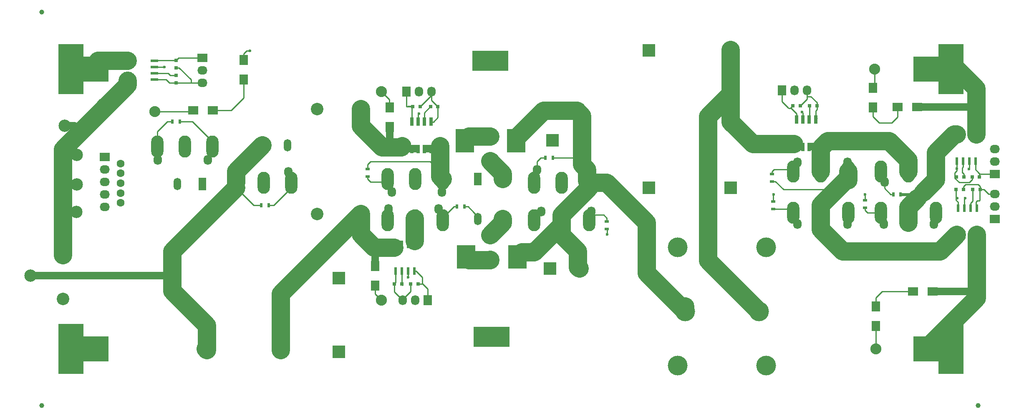
<source format=gbr>
G04 #@! TF.FileFunction,Copper,L1,Top,Signal*
%FSLAX46Y46*%
G04 Gerber Fmt 4.6, Leading zero omitted, Abs format (unit mm)*
G04 Created by KiCad (PCBNEW 4.0.1-stable) date 12/11/2016 23:05:32*
%MOMM*%
G01*
G04 APERTURE LIST*
%ADD10C,0.100000*%
%ADD11R,1.700000X2.000000*%
%ADD12R,0.850000X1.550000*%
%ADD13R,0.750000X1.550000*%
%ADD14R,0.650000X1.750000*%
%ADD15C,3.000000*%
%ADD16C,4.000000*%
%ADD17R,0.800000X0.750000*%
%ADD18R,0.750000X0.800000*%
%ADD19R,7.366000X4.064000*%
%ADD20R,3.810000X4.826000*%
%ADD21O,2.499360X4.500880*%
%ADD22C,2.540000*%
%ADD23R,2.500000X2.500000*%
%ADD24C,2.000000*%
%ADD25R,5.080000X5.080000*%
%ADD26R,0.600000X1.550000*%
%ADD27R,1.550000X0.600000*%
%ADD28R,1.501140X2.499360*%
%ADD29O,1.501140X2.499360*%
%ADD30C,2.235200*%
%ADD31R,1.727200X2.032000*%
%ADD32O,1.727200X2.032000*%
%ADD33R,2.032000X1.727200*%
%ADD34O,2.032000X1.727200*%
%ADD35R,0.500000X0.900000*%
%ADD36R,0.900000X0.500000*%
%ADD37C,1.600000*%
%ADD38R,2.000000X1.700000*%
%ADD39C,1.000000*%
%ADD40C,0.600000*%
%ADD41C,2.500000*%
%ADD42C,0.250000*%
%ADD43C,1.500000*%
%ADD44C,3.700000*%
%ADD45C,0.600000*%
G04 APERTURE END LIST*
D10*
D11*
X72644000Y29406000D03*
X72644000Y33406000D03*
D12*
X84709000Y57271000D03*
D13*
X83259000Y57271000D03*
D12*
X79309000Y57271000D03*
X80759000Y57271000D03*
D14*
X80059000Y57171000D03*
X81379000Y57171000D03*
X82639000Y57171000D03*
X83959000Y57171000D03*
X83959000Y62761000D03*
X82639000Y62761000D03*
X81359000Y62761000D03*
X80059000Y62781000D03*
D15*
X78149000Y57771000D03*
X85869000Y57771000D03*
D16*
X135502000Y24167000D03*
X150502000Y24167000D03*
X134002000Y37167000D03*
X152002000Y37167000D03*
X152002000Y13167000D03*
X134002000Y13167000D03*
D17*
X83864000Y65771000D03*
X85364000Y65771000D03*
D18*
X32258000Y73709000D03*
X32258000Y75209000D03*
D17*
X160764000Y65971000D03*
X162264000Y65971000D03*
D19*
X96266000Y18960000D03*
D20*
X101473000Y35216000D03*
X91059000Y35216000D03*
D19*
X96012000Y75094000D03*
D20*
X90805000Y58838000D03*
X101219000Y58838000D03*
D21*
X80772000Y42709000D03*
X86360000Y42709000D03*
X75184000Y42709000D03*
D22*
X60833000Y43979000D03*
X69723000Y43979000D03*
X69723000Y65315000D03*
X60833000Y65315000D03*
D17*
X81364000Y29755000D03*
X79864000Y29755000D03*
X78015000Y29755000D03*
X76515000Y29755000D03*
D23*
X53474000Y16293000D03*
X38474000Y16293000D03*
X65278000Y30905000D03*
X65278000Y15905000D03*
X108122000Y32847000D03*
X114122000Y32847000D03*
X144780000Y49283000D03*
X144780000Y77283000D03*
X114622000Y58947000D03*
X108622000Y58947000D03*
D17*
X190564000Y51471000D03*
X192064000Y51471000D03*
X193864000Y48971000D03*
X195364000Y48971000D03*
X190512000Y48971000D03*
X192012000Y48971000D03*
D18*
X32258000Y70621000D03*
X32258000Y72121000D03*
D24*
X96012000Y54687000D03*
X96012000Y59687000D03*
X96012000Y39621000D03*
X96012000Y34621000D03*
D25*
X10922000Y70903000D03*
X16002000Y73443000D03*
X10922000Y75983000D03*
X10922000Y14007000D03*
X16002000Y16547000D03*
X10922000Y19087000D03*
X189484000Y75983000D03*
X184404000Y73443000D03*
X189484000Y70903000D03*
X189484000Y19087000D03*
X184404000Y16547000D03*
X189484000Y14007000D03*
D26*
X80584000Y37771000D03*
X79314000Y37771000D03*
X78044000Y37771000D03*
X76774000Y37771000D03*
X76774000Y32371000D03*
X78044000Y32371000D03*
X79314000Y32371000D03*
X80584000Y32371000D03*
X194437000Y60141000D03*
X193167000Y60141000D03*
X191897000Y60141000D03*
X190627000Y60141000D03*
X190627000Y54741000D03*
X191897000Y54741000D03*
X193167000Y54741000D03*
X194437000Y54741000D03*
X190881000Y39755000D03*
X192151000Y39755000D03*
X193421000Y39755000D03*
X194691000Y39755000D03*
X194691000Y45155000D03*
X193421000Y45155000D03*
X192151000Y45155000D03*
X190881000Y45155000D03*
D27*
X22446000Y75094000D03*
X22446000Y73824000D03*
X22446000Y72554000D03*
X22446000Y71284000D03*
X27846000Y71284000D03*
X27846000Y72554000D03*
X27846000Y73824000D03*
X27846000Y75094000D03*
D17*
X80276000Y65823000D03*
X81776000Y65823000D03*
X157364000Y65971000D03*
X158864000Y65971000D03*
D22*
X9314000Y35616000D03*
X9314000Y26726000D03*
D28*
X37592000Y50075000D03*
D29*
X32512000Y50075000D03*
D28*
X49784000Y57949000D03*
D29*
X54864000Y57949000D03*
D28*
X98580000Y42943000D03*
D29*
X93500000Y42943000D03*
D28*
X93500000Y51071000D03*
D29*
X98580000Y51071000D03*
D21*
X50038000Y50329000D03*
X55626000Y50329000D03*
X44450000Y50329000D03*
X34036000Y57695000D03*
X28448000Y57695000D03*
X39624000Y57695000D03*
X80772000Y51091000D03*
X75184000Y51091000D03*
X86360000Y51091000D03*
X110490000Y42709000D03*
X116078000Y42709000D03*
X104902000Y42709000D03*
X110490000Y50329000D03*
X104902000Y50329000D03*
X116078000Y50329000D03*
X163068000Y52615000D03*
X157480000Y52615000D03*
X168656000Y52615000D03*
X163068000Y44233000D03*
X168656000Y44233000D03*
X157480000Y44233000D03*
X180848000Y52615000D03*
X175260000Y52615000D03*
X186436000Y52615000D03*
X180848000Y44233000D03*
X186436000Y44233000D03*
X175260000Y44233000D03*
D30*
X73914000Y26453000D03*
D31*
X83312000Y26453000D03*
D32*
X80772000Y26453000D03*
X78232000Y26453000D03*
D31*
X78994000Y68871000D03*
D32*
X81534000Y68871000D03*
X84074000Y68871000D03*
D31*
X155194000Y69125000D03*
D32*
X157734000Y69125000D03*
X160274000Y69125000D03*
D33*
X37592000Y75729000D03*
D34*
X37592000Y73189000D03*
X37592000Y70649000D03*
D33*
X198374000Y42963000D03*
D34*
X198374000Y45503000D03*
X198374000Y48043000D03*
D30*
X174244000Y16547000D03*
D33*
X198374000Y52107000D03*
D34*
X198374000Y54647000D03*
X198374000Y57187000D03*
D30*
X173990000Y73443000D03*
X27940000Y64807000D03*
D17*
X193764000Y51471000D03*
X195264000Y51471000D03*
D32*
X28514000Y54971000D03*
X38674000Y54971000D03*
X55014000Y52471000D03*
X44854000Y52471000D03*
X76014000Y48471000D03*
X86174000Y48471000D03*
X85514000Y44971000D03*
X75354000Y44971000D03*
X105514000Y52971000D03*
X115674000Y52971000D03*
X116514000Y44471000D03*
X111434000Y44471000D03*
X106354000Y44471000D03*
X158354000Y54471000D03*
X168514000Y54471000D03*
X168514000Y41971000D03*
X163434000Y41971000D03*
X158354000Y41971000D03*
X176014000Y50471000D03*
X186174000Y50471000D03*
X186014000Y41971000D03*
X180934000Y41971000D03*
X175854000Y41971000D03*
D35*
X51042000Y45757000D03*
X49542000Y45757000D03*
X31508000Y62775000D03*
X33008000Y62775000D03*
X90764000Y45471000D03*
X89264000Y45471000D03*
D36*
X71120000Y51611000D03*
X71120000Y53111000D03*
X119634000Y40943000D03*
X119634000Y42443000D03*
D35*
X108700000Y55409000D03*
X107200000Y55409000D03*
D36*
X153416000Y45007000D03*
X153416000Y46507000D03*
X153162000Y50595000D03*
X153162000Y52095000D03*
X172014000Y45221000D03*
X172014000Y46721000D03*
D35*
X179264000Y47971000D03*
X177764000Y47971000D03*
D37*
X21014000Y54221000D03*
X21014000Y52221000D03*
X21014000Y50221000D03*
X21014000Y48221000D03*
X21014000Y46221000D03*
D33*
X17764000Y55551000D03*
D34*
X17764000Y53011000D03*
X17764000Y50471000D03*
X17764000Y47931000D03*
X17764000Y45391000D03*
D12*
X162764000Y57681000D03*
D13*
X161314000Y57681000D03*
D12*
X157364000Y57681000D03*
X158814000Y57681000D03*
D14*
X158114000Y57581000D03*
X159434000Y57581000D03*
X160694000Y57581000D03*
X162014000Y57581000D03*
X162014000Y63171000D03*
X160694000Y63171000D03*
X159414000Y63171000D03*
X158114000Y63191000D03*
D15*
X156204000Y58181000D03*
X163924000Y58181000D03*
D11*
X45974000Y71316000D03*
X45974000Y75316000D03*
D38*
X35719000Y65061000D03*
X39719000Y65061000D03*
X185769000Y28231000D03*
X181769000Y28231000D03*
D11*
X174244000Y25151000D03*
X174244000Y21151000D03*
X173609000Y65601000D03*
X173609000Y69601000D03*
D38*
X182594000Y65696000D03*
X178594000Y65696000D03*
D30*
X73914000Y68871000D03*
D11*
X75614000Y65671000D03*
X75614000Y61671000D03*
D23*
X128214000Y77271000D03*
X128214000Y49271000D03*
D39*
X5000000Y5000000D03*
X5000000Y85000000D03*
X195000000Y5000000D03*
D40*
X190627000Y53164690D03*
X47244000Y77126000D03*
D41*
X12014000Y44371000D03*
X12114000Y49971000D03*
X12114000Y55971000D03*
X9614000Y61871000D03*
X2714000Y31471000D03*
D40*
X119714000Y39771000D03*
X153514000Y47971000D03*
X172014000Y47971000D03*
X190714000Y47170999D03*
X79314000Y31070998D03*
X81514000Y64371000D03*
X159264000Y64721000D03*
X29914000Y73871000D03*
X192314000Y47171000D03*
X193114000Y53071000D03*
D42*
X37592000Y70649000D02*
X36326000Y70649000D01*
X36326000Y70649000D02*
X35293000Y70649000D01*
X190627000Y54741000D02*
X190627000Y53164690D01*
X162264000Y65188000D02*
X162014000Y64938000D01*
X162014000Y64938000D02*
X162014000Y63171000D01*
X27846000Y71284000D02*
X27883000Y71321000D01*
X27883000Y71321000D02*
X30214000Y71321000D01*
X30214000Y71321000D02*
X30914000Y70621000D01*
X30914000Y70621000D02*
X32233000Y70621000D01*
X32233000Y70621000D02*
X32258000Y70646000D01*
X32258000Y70646000D02*
X32258000Y70621000D01*
X195364000Y48971000D02*
X195364000Y49571000D01*
X195364000Y49571000D02*
X194964000Y49971000D01*
X194964000Y49971000D02*
X192414000Y49971000D01*
X192414000Y49971000D02*
X192012000Y49569000D01*
X192012000Y49569000D02*
X192012000Y48971000D01*
X191164000Y50371000D02*
X192005238Y50371000D01*
X192005238Y50371000D02*
X193164000Y50371000D01*
X192012000Y50364238D02*
X192005238Y50371000D01*
X190258000Y51841000D02*
X190258000Y51277000D01*
X190258000Y51277000D02*
X191164000Y50371000D01*
X193164000Y50371000D02*
X193764000Y50971000D01*
X193764000Y50971000D02*
X193764000Y51471000D01*
X190564000Y51471000D02*
X190564000Y51535000D01*
X190564000Y51535000D02*
X190258000Y51841000D01*
X35293000Y70649000D02*
X35293000Y71292000D01*
X35293000Y71292000D02*
X32876000Y73709000D01*
X32876000Y73709000D02*
X32258000Y73709000D01*
X35293000Y70649000D02*
X35265000Y70621000D01*
X35265000Y70621000D02*
X32258000Y70621000D01*
X84074000Y68871000D02*
X84074000Y68096000D01*
X84074000Y68871000D02*
X84074000Y67036000D01*
X76515000Y29755000D02*
X76515000Y28170000D01*
X76515000Y28170000D02*
X78232000Y26453000D01*
X79864000Y29755000D02*
X79864000Y28237400D01*
X79864000Y28237400D02*
X78232000Y26605400D01*
X78232000Y26605400D02*
X78232000Y26453000D01*
X76774000Y32371000D02*
X76774000Y30014000D01*
X76774000Y30014000D02*
X76515000Y29755000D01*
X194691000Y45155000D02*
X194564000Y45282000D01*
X194564000Y46433946D02*
X194797523Y46667469D01*
X194564000Y45282000D02*
X194564000Y46433946D01*
X194797523Y46667469D02*
X195220469Y46667469D01*
X195220469Y46667469D02*
X195314000Y46761000D01*
X195314000Y46761000D02*
X195314000Y48871000D01*
X195314000Y48871000D02*
X195214000Y48971000D01*
X195214000Y48971000D02*
X195364000Y48971000D01*
X198374000Y48043000D02*
X197108000Y48043000D01*
X197108000Y48043000D02*
X196180000Y48971000D01*
X196180000Y48971000D02*
X195364000Y48971000D01*
X190627000Y52730000D02*
X190627000Y53164690D01*
X190258000Y51841000D02*
X190258000Y52361000D01*
X190258000Y52361000D02*
X190627000Y52730000D01*
X190627000Y55084000D02*
X190627000Y54741000D01*
X158864000Y65971000D02*
X158889000Y65971000D01*
X158889000Y65971000D02*
X160274000Y67356000D01*
X160274000Y67356000D02*
X160274000Y67859000D01*
X160274000Y67859000D02*
X160274000Y69125000D01*
X162264000Y65188000D02*
X162264000Y66621000D01*
X162264000Y66621000D02*
X161026000Y67859000D01*
X161026000Y67859000D02*
X160274000Y67859000D01*
X162264000Y65971000D02*
X162264000Y65188000D01*
X161969000Y63171000D02*
X162264000Y63466000D01*
X198374000Y48043000D02*
X198221600Y48043000D01*
X198221600Y48043000D02*
X198029599Y48235001D01*
X190627000Y54266000D02*
X190627000Y54741000D01*
X190627000Y54741000D02*
X190627000Y55216000D01*
X160274000Y69125000D02*
X160274000Y68604000D01*
X78232000Y26466000D02*
X78232000Y26453000D01*
X37592000Y70649000D02*
X37439600Y70649000D01*
X84074000Y68096000D02*
X81801000Y65823000D01*
X81801000Y65823000D02*
X81776000Y65823000D01*
X84074000Y67036000D02*
X85339000Y65771000D01*
X85339000Y65771000D02*
X85364000Y65771000D01*
X84464000Y62671000D02*
X83914000Y62671000D01*
X85364000Y63571000D02*
X84464000Y62671000D01*
X85364000Y65771000D02*
X85364000Y63571000D01*
X78015000Y29755000D02*
X78015000Y32342000D01*
X78015000Y32342000D02*
X78044000Y32371000D01*
X78015000Y29755000D02*
X77990000Y29755000D01*
X78232000Y29513000D02*
X77990000Y29755000D01*
D43*
X72494000Y37061000D02*
X72644000Y36911000D01*
X72644000Y36911000D02*
X72644000Y33406000D01*
D44*
X69723000Y43979000D02*
X69723000Y39832000D01*
X69723000Y39832000D02*
X72494000Y37061000D01*
X72494000Y37061000D02*
X76544000Y37061000D01*
X53474000Y16293000D02*
X53474000Y27730000D01*
X53474000Y27730000D02*
X69723000Y43979000D01*
D43*
X75614000Y61671000D02*
X75614000Y59171000D01*
X75614000Y59171000D02*
X74014000Y57571000D01*
X74014000Y57571000D02*
X74038000Y57547000D01*
D44*
X69723000Y65315000D02*
X69723000Y61862000D01*
X69723000Y61862000D02*
X74038000Y57547000D01*
X74038000Y57547000D02*
X74133889Y57547000D01*
X74133889Y57547000D02*
X77925000Y57547000D01*
X77925000Y57547000D02*
X78149000Y57771000D01*
D42*
X74409889Y57271000D02*
X73914000Y57766889D01*
X73914000Y57766889D02*
X74133889Y57547000D01*
X33008000Y62775000D02*
X35544760Y62775000D01*
X35544760Y62775000D02*
X39624000Y58695760D01*
X39624000Y58695760D02*
X39624000Y57695000D01*
X93500000Y43442110D02*
X92600335Y44341775D01*
X92600335Y44341775D02*
X92499430Y44442680D01*
X90764000Y45471000D02*
X91471110Y45471000D01*
X91471110Y45471000D02*
X92600335Y44341775D01*
X93500000Y42943000D02*
X93500000Y43442110D01*
X92499430Y44442680D02*
X92499430Y44485570D01*
X82644000Y57271000D02*
X83914000Y57271000D01*
D44*
X85869000Y57771000D02*
X85869000Y51582000D01*
X85869000Y51582000D02*
X86360000Y51091000D01*
D42*
X71120000Y53111000D02*
X71120000Y54027000D01*
X71120000Y54027000D02*
X71740000Y54647000D01*
X71740000Y54647000D02*
X83820000Y54647000D01*
X83820000Y54647000D02*
X86360000Y52107000D01*
X86360000Y52107000D02*
X86360000Y51091000D01*
X108700000Y55409000D02*
X113388400Y55409000D01*
X113388400Y55409000D02*
X115674000Y53123400D01*
X115674000Y53123400D02*
X115674000Y52971000D01*
D44*
X116078000Y50329000D02*
X116078000Y49297760D01*
X116078000Y49297760D02*
X110490000Y43709760D01*
X110490000Y43709760D02*
X110490000Y42709000D01*
X115674000Y52971000D02*
X115674000Y50733000D01*
X115674000Y50733000D02*
X116078000Y50329000D01*
X114622000Y58947000D02*
X114622000Y54023000D01*
X114622000Y54023000D02*
X115674000Y52971000D01*
X114122000Y32847000D02*
X113814000Y33155000D01*
X113814000Y33155000D02*
X113814000Y36371000D01*
X113814000Y36371000D02*
X110490000Y39695000D01*
X110490000Y39695000D02*
X110490000Y42709000D01*
X135502000Y24167000D02*
X127762000Y31907000D01*
X127762000Y31907000D02*
X127762000Y42201000D01*
X127762000Y42201000D02*
X119634000Y50329000D01*
X119634000Y50329000D02*
X116078000Y50329000D01*
X101219000Y58838000D02*
X101219000Y59346000D01*
X101219000Y59346000D02*
X106824000Y64951000D01*
X106824000Y64951000D02*
X113568000Y64951000D01*
X113568000Y64951000D02*
X114622000Y63897000D01*
X114622000Y63897000D02*
X114622000Y58947000D01*
X101473000Y35216000D02*
X102404001Y36147001D01*
X102404001Y36147001D02*
X104928761Y36147001D01*
X104928761Y36147001D02*
X110490000Y41708240D01*
X110490000Y41708240D02*
X110490000Y42709000D01*
X135502000Y24167000D02*
X135502000Y25183000D01*
X144780000Y68330000D02*
X144780000Y62705000D01*
X144780000Y62705000D02*
X149304000Y58181000D01*
X149304000Y58181000D02*
X157604000Y58181000D01*
X150502000Y24167000D02*
X140208000Y34461000D01*
X140208000Y34461000D02*
X140208000Y63758000D01*
X140208000Y63758000D02*
X144780000Y68330000D01*
X144780000Y77283000D02*
X144780000Y68330000D01*
D42*
X46534000Y77126000D02*
X47244000Y77126000D01*
X45974000Y75316000D02*
X45974000Y76566000D01*
X45974000Y76566000D02*
X46534000Y77126000D01*
D44*
X168656000Y50821760D02*
X168134760Y50821760D01*
X168134760Y50821760D02*
X163068000Y45755000D01*
X163068000Y45755000D02*
X163068000Y44233000D01*
X163068000Y44233000D02*
X163068000Y40807000D01*
X163068000Y40807000D02*
X167554000Y36321000D01*
X167554000Y36321000D02*
X187256991Y36321000D01*
X187256991Y36321000D02*
X188628982Y37692991D01*
X188628982Y37692991D02*
X190690991Y39755000D01*
D42*
X153162000Y50595000D02*
X153862000Y50595000D01*
X153862000Y50595000D02*
X155486000Y48971000D01*
X155486000Y48971000D02*
X166805240Y48971000D01*
X166805240Y48971000D02*
X168656000Y50821760D01*
D44*
X163068000Y44233000D02*
X163068000Y43232240D01*
X168656000Y52615000D02*
X168656000Y50821760D01*
D42*
X193421000Y45155000D02*
X193421000Y46178000D01*
X193421000Y46178000D02*
X193864000Y46621000D01*
X193864000Y46621000D02*
X193864000Y47585000D01*
X193864000Y47585000D02*
X193864000Y48971000D01*
X193344717Y45155000D02*
X193294000Y45104283D01*
X193421000Y45155000D02*
X193344717Y45155000D01*
X160764000Y65971000D02*
X160764000Y63241000D01*
X160764000Y63241000D02*
X160694000Y63171000D01*
X160514000Y63831000D02*
X160514000Y63536000D01*
X32258000Y72121000D02*
X31064000Y72121000D01*
X31064000Y72121000D02*
X30631000Y72554000D01*
X30631000Y72554000D02*
X28871000Y72554000D01*
X28871000Y72554000D02*
X27846000Y72554000D01*
X27371000Y72554000D02*
X27846000Y72554000D01*
X82644000Y62671000D02*
X82644000Y64576000D01*
X82644000Y64576000D02*
X83839000Y65771000D01*
X83839000Y65771000D02*
X83864000Y65771000D01*
D44*
X98580000Y42943000D02*
X98580000Y42189000D01*
X98580000Y42189000D02*
X96012000Y39621000D01*
X98580000Y51071000D02*
X98580000Y52119000D01*
X98580000Y52119000D02*
X96012000Y54687000D01*
X96012000Y59687000D02*
X91654000Y59687000D01*
X91654000Y59687000D02*
X90805000Y58838000D01*
X91059000Y35216000D02*
X91704000Y34571000D01*
X91704000Y34571000D02*
X95962000Y34571000D01*
X95962000Y34571000D02*
X96012000Y34621000D01*
X16002000Y73443000D02*
X17653000Y75094000D01*
X16383000Y75094000D02*
X22446000Y75094000D01*
X194627009Y69459991D02*
X194627009Y65696000D01*
X194627009Y65696000D02*
X194627009Y61797859D01*
D43*
X182594000Y65696000D02*
X194627009Y65696000D01*
D44*
X184404000Y73443000D02*
X190644000Y73443000D01*
X190644000Y73443000D02*
X194627009Y69459991D01*
X194627009Y61797859D02*
X194627009Y60141000D01*
D43*
X185769000Y28231000D02*
X193294000Y28231000D01*
X193294000Y28231000D02*
X194691000Y26834000D01*
D44*
X184404000Y16547000D02*
X194691000Y26834000D01*
X194691000Y26834000D02*
X194691000Y39755000D01*
X80714000Y43071000D02*
X80714000Y38461002D01*
X163068000Y52615000D02*
X163068000Y57325000D01*
X163068000Y57325000D02*
X163924000Y58181000D01*
X176944000Y58781000D02*
X164524000Y58781000D01*
X164524000Y58781000D02*
X163924000Y58181000D01*
X180848000Y52615000D02*
X180848000Y54877000D01*
X180848000Y54877000D02*
X176944000Y58781000D01*
D42*
X73914000Y68871000D02*
X75514000Y67271000D01*
X75514000Y67271000D02*
X75514000Y65771000D01*
X75514000Y65771000D02*
X75614000Y65671000D01*
X72644000Y29406000D02*
X72644000Y27723000D01*
X72644000Y27723000D02*
X73914000Y26453000D01*
X73660000Y26707000D02*
X73914000Y26453000D01*
X173990000Y73443000D02*
X173990000Y69982000D01*
X173990000Y69982000D02*
X173609000Y69601000D01*
X174498000Y72935000D02*
X174244000Y73189000D01*
X174244000Y18039601D02*
X174244000Y16547000D01*
X174244000Y21151000D02*
X174244000Y18039601D01*
D44*
X9314000Y46471000D02*
X9314000Y44371000D01*
X9314000Y44371000D02*
X9314000Y41616000D01*
D43*
X12014000Y44371000D02*
X9314000Y44371000D01*
D44*
X9314000Y51971000D02*
X9314000Y50071000D01*
X9314000Y50071000D02*
X9314000Y46471000D01*
D43*
X12114000Y49971000D02*
X9414000Y49971000D01*
X9414000Y49971000D02*
X9314000Y50071000D01*
X12114000Y55971000D02*
X10864001Y57220999D01*
X10864001Y57220999D02*
X9431999Y57220999D01*
X9431999Y57220999D02*
X9314000Y57103000D01*
X9614000Y61871000D02*
X11614000Y61871000D01*
X11614000Y61871000D02*
X12682000Y60803000D01*
D44*
X9314000Y57103000D02*
X9314000Y51971000D01*
D43*
X8514000Y51471000D02*
X8814000Y51471000D01*
X8814000Y51471000D02*
X9314000Y51971000D01*
X8514000Y45971000D02*
X8814000Y45971000D01*
X8814000Y45971000D02*
X9314000Y46471000D01*
X8514000Y56971000D02*
X9182000Y56971000D01*
X9182000Y56971000D02*
X9314000Y57103000D01*
D44*
X18031000Y65820000D02*
X13014000Y60803000D01*
X13014000Y60803000D02*
X9314000Y57103000D01*
D43*
X12682000Y60803000D02*
X13014000Y60803000D01*
D44*
X9314000Y41616000D02*
X9314000Y35616000D01*
X22446000Y71093990D02*
X22446000Y70235000D01*
X22446000Y70235000D02*
X18031000Y65820000D01*
X18031000Y65820000D02*
X17863000Y65820000D01*
X186436000Y52615000D02*
X186436000Y56413000D01*
X186436000Y56413000D02*
X190164000Y60141000D01*
X190164000Y60141000D02*
X190627000Y60141000D01*
X183804000Y48271000D02*
X183814000Y48271000D01*
X183814000Y48271000D02*
X186436000Y50893000D01*
X186436000Y50893000D02*
X186436000Y52615000D01*
X180848000Y45305000D02*
X182712354Y47169354D01*
D45*
X179264000Y47971000D02*
X181910708Y47971000D01*
X181910708Y47971000D02*
X182712354Y47169354D01*
D44*
X180848000Y44233000D02*
X180848000Y45305000D01*
X180848000Y44233000D02*
X180848000Y42201000D01*
D42*
X191758000Y52361000D02*
X191758000Y52508310D01*
X191758000Y52508310D02*
X191758000Y53365000D01*
X192064000Y51471000D02*
X192064000Y52096000D01*
X192064000Y52096000D02*
X191758000Y52402000D01*
X191758000Y52402000D02*
X191758000Y52508310D01*
X191758000Y53365000D02*
X191897000Y53504000D01*
X191897000Y53504000D02*
X191897000Y54741000D01*
X27940000Y64807000D02*
X35465000Y64807000D01*
X35465000Y64807000D02*
X35719000Y65061000D01*
X55626000Y50329000D02*
X55626000Y49328240D01*
X55626000Y49328240D02*
X52054760Y45757000D01*
X52054760Y45757000D02*
X51542000Y45757000D01*
X51542000Y45757000D02*
X51042000Y45757000D01*
X31508000Y62775000D02*
X30468000Y62775000D01*
X30468000Y62775000D02*
X28448000Y60755000D01*
X28448000Y60755000D02*
X28448000Y57695000D01*
D43*
X2714000Y31471000D02*
X30450760Y31471000D01*
X30450760Y31471000D02*
X31450760Y32471000D01*
D44*
X31450760Y32471000D02*
X31450760Y36329000D01*
X31450760Y28266240D02*
X31450760Y32471000D01*
D42*
X119714000Y39771000D02*
X119714000Y40863000D01*
X119714000Y40863000D02*
X119634000Y40943000D01*
X175260000Y44233000D02*
X172502000Y44233000D01*
X172502000Y44233000D02*
X172014000Y44721000D01*
X172014000Y44721000D02*
X172014000Y45221000D01*
X153416000Y45007000D02*
X156706000Y45007000D01*
X156706000Y45007000D02*
X157480000Y44233000D01*
X44450000Y50329000D02*
X44450000Y49328240D01*
X44450000Y49328240D02*
X48021240Y45757000D01*
X48021240Y45757000D02*
X49042000Y45757000D01*
X49042000Y45757000D02*
X49542000Y45757000D01*
D44*
X38220000Y16547000D02*
X38474000Y16293000D01*
X38474000Y16293000D02*
X38474000Y21243000D01*
X38474000Y21243000D02*
X31450760Y28266240D01*
X44450000Y50329000D02*
X44450000Y52615000D01*
X44450000Y52615000D02*
X49784000Y57949000D01*
X31450760Y36329000D02*
X44450000Y49328240D01*
D42*
X75184000Y51091000D02*
X74614000Y50521000D01*
X74614000Y50521000D02*
X71710000Y50521000D01*
X71710000Y50521000D02*
X71120000Y51111000D01*
X71120000Y51111000D02*
X71120000Y51611000D01*
X89264000Y45471000D02*
X88664000Y45471000D01*
X88664000Y45471000D02*
X86360000Y43167000D01*
X86360000Y43167000D02*
X86360000Y42709000D01*
X86360000Y42709000D02*
X86372000Y42721000D01*
X107200000Y55409000D02*
X106252000Y55409000D01*
X106252000Y55409000D02*
X105514000Y54671000D01*
X105514000Y54671000D02*
X105514000Y52271000D01*
X105514000Y52271000D02*
X105214000Y51971000D01*
X105214000Y51971000D02*
X105214000Y50641000D01*
X105214000Y50641000D02*
X104902000Y50329000D01*
X119634000Y42443000D02*
X119634000Y43151000D01*
X119634000Y43151000D02*
X119014000Y43771000D01*
X119014000Y43771000D02*
X117140000Y43771000D01*
X117140000Y43771000D02*
X116078000Y42709000D01*
X153162000Y52095000D02*
X153162000Y52619000D01*
X153162000Y52619000D02*
X153564000Y53021000D01*
X153564000Y53021000D02*
X157074000Y53021000D01*
X157074000Y53021000D02*
X157480000Y52615000D01*
X153416000Y46507000D02*
X153416000Y47873000D01*
X153416000Y47873000D02*
X153514000Y47971000D01*
X168656000Y44233000D02*
X168656000Y42113000D01*
X168656000Y42113000D02*
X168514000Y41971000D01*
X177764000Y47971000D02*
X177214000Y47971000D01*
X177214000Y47971000D02*
X176014000Y49171000D01*
X176014000Y49171000D02*
X176014000Y50471000D01*
X172014000Y46721000D02*
X172014000Y47971000D01*
X156764000Y65471000D02*
X157014000Y65471000D01*
X157014000Y65471000D02*
X158114000Y64371000D01*
X158114000Y64371000D02*
X158114000Y63191000D01*
X80584000Y32371000D02*
X80914000Y32371000D01*
X80914000Y32371000D02*
X82214000Y31071000D01*
X82214000Y31071000D02*
X82214000Y29821000D01*
X82214000Y29821000D02*
X82314000Y29721000D01*
X81398000Y29721000D02*
X82314000Y29721000D01*
X82314000Y29721000D02*
X83312000Y28723000D01*
X83312000Y28723000D02*
X83312000Y27719000D01*
X83312000Y27719000D02*
X83312000Y26453000D01*
X156858970Y65471000D02*
X156514000Y65471000D01*
X157364000Y65971000D02*
X157358970Y65971000D01*
X157358970Y65971000D02*
X156858970Y65471000D01*
X80104000Y62671000D02*
X80104000Y65651000D01*
X80104000Y65651000D02*
X80276000Y65823000D01*
X190713998Y47171001D02*
X190714000Y47170999D01*
X190594116Y47171001D02*
X190713998Y47171001D01*
X190512000Y47253117D02*
X190594116Y47171001D01*
X190512000Y47253117D02*
X190514000Y47251117D01*
X190514000Y46771000D02*
X190881000Y46404000D01*
X190514000Y47251117D02*
X190514000Y46771000D01*
X190881000Y46404000D02*
X190881000Y45155000D01*
X190512000Y47253117D02*
X190512000Y47560000D01*
X190512000Y47560000D02*
X190514000Y47562000D01*
X190514000Y47562000D02*
X190514000Y48969000D01*
X190514000Y48969000D02*
X190512000Y48971000D01*
X195264000Y51471000D02*
X195264000Y52096000D01*
X195264000Y52096000D02*
X195275000Y52107000D01*
X195275000Y52107000D02*
X195314000Y52107000D01*
X79248000Y65871000D02*
X80228000Y65871000D01*
X80228000Y65871000D02*
X80276000Y65823000D01*
X155194000Y69125000D02*
X155194000Y66791000D01*
X155194000Y66791000D02*
X156461440Y65523560D01*
X198374000Y52107000D02*
X195314000Y52107000D01*
X195314000Y52107000D02*
X195060000Y52361000D01*
X194437000Y54741000D02*
X194437000Y52984000D01*
X194437000Y52984000D02*
X195060000Y52361000D01*
X190881000Y45630000D02*
X190881000Y45155000D01*
X83046000Y26719000D02*
X83312000Y26453000D01*
X80276000Y65823000D02*
X78994000Y65823000D01*
X78994000Y65823000D02*
X78994000Y67347000D01*
X78994000Y67347000D02*
X78994000Y68871000D01*
X32258000Y75209000D02*
X27961000Y75209000D01*
X27961000Y75209000D02*
X27846000Y75094000D01*
X37592000Y75729000D02*
X32778000Y75729000D01*
X32778000Y75729000D02*
X32258000Y75209000D01*
X28321000Y75094000D02*
X27846000Y75094000D01*
X79314000Y32371000D02*
X79314000Y31070998D01*
X80772000Y26605400D02*
X80772000Y26453000D01*
X81374000Y64231000D02*
X81514000Y64371000D01*
X81374000Y62671000D02*
X81374000Y64231000D01*
X159264000Y64721000D02*
X159414000Y64571000D01*
X159414000Y64571000D02*
X159414000Y63171000D01*
X159264000Y64721000D02*
X159064000Y64721000D01*
X157734000Y68972600D02*
X157734000Y69125000D01*
X27846000Y73824000D02*
X29867000Y73824000D01*
X29867000Y73824000D02*
X29914000Y73871000D01*
X27846000Y73824000D02*
X28871000Y73824000D01*
X36957000Y73824000D02*
X37592000Y73189000D01*
X192151000Y45155000D02*
X192151000Y47008000D01*
X192151000Y47008000D02*
X192314000Y47171000D01*
X198374000Y45503000D02*
X197612000Y45503000D01*
X192151000Y44680000D02*
X192151000Y45155000D01*
X192151000Y45155000D02*
X192151000Y45630000D01*
X193167000Y54741000D02*
X193167000Y53124000D01*
X193167000Y53124000D02*
X193114000Y53071000D01*
X193167000Y55216000D02*
X193167000Y54741000D01*
X193167000Y54741000D02*
X193294000Y54868000D01*
X45974000Y67601000D02*
X45974000Y71316000D01*
X43434000Y65061000D02*
X45974000Y67601000D01*
X39719000Y65061000D02*
X43434000Y65061000D01*
X181769000Y28231000D02*
X175514000Y28231000D01*
X175514000Y28231000D02*
X174244000Y26961000D01*
X174244000Y26961000D02*
X174244000Y25151000D01*
X178594000Y65696000D02*
X178594000Y63696000D01*
X178594000Y63696000D02*
X177419000Y62521000D01*
X177419000Y62521000D02*
X174879000Y62521000D01*
X173609000Y63791000D02*
X173609000Y65601000D01*
X174879000Y62521000D02*
X173609000Y63791000D01*
M02*

</source>
